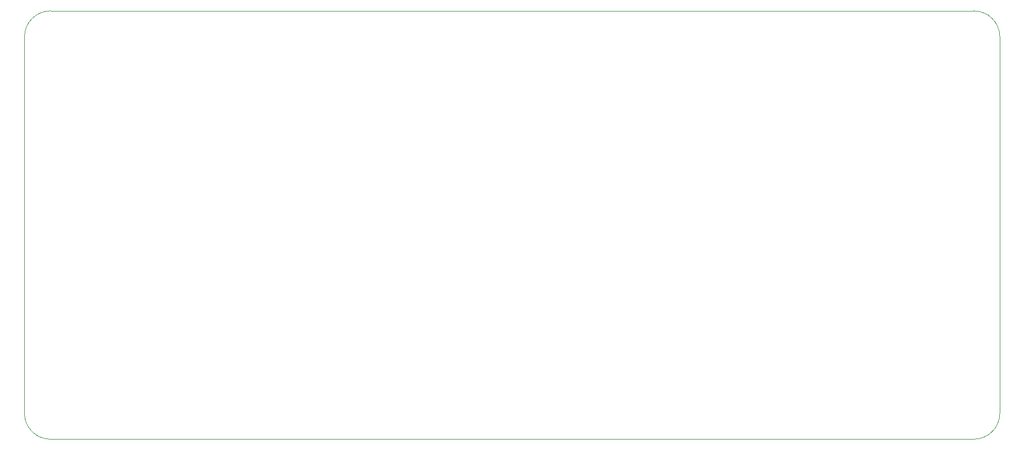
<source format=gbr>
G04*
G04 #@! TF.GenerationSoftware,Altium Limited,Altium Designer,24.9.1 (31)*
G04*
G04 Layer_Color=0*
%FSLAX44Y44*%
%MOMM*%
G71*
G04*
G04 #@! TF.SameCoordinates,11843470-2C0B-4DC8-9AB9-1888B6BF92CD*
G04*
G04*
G04 #@! TF.FilePolarity,Positive*
G04*
G01*
G75*
%ADD192C,0.0254*%
D192*
X0Y40000D02*
G03*
X40000Y0I40000J0D01*
G01*
X1460000Y-0D01*
D02*
G03*
X1500000Y40000I-0J40000D01*
G01*
X1500000Y620000D01*
D02*
G03*
X1460000Y660000I-40000J0D01*
G01*
X40000D01*
D02*
G03*
X0Y620000I0J-40000D01*
G01*
Y40000D01*
M02*

</source>
